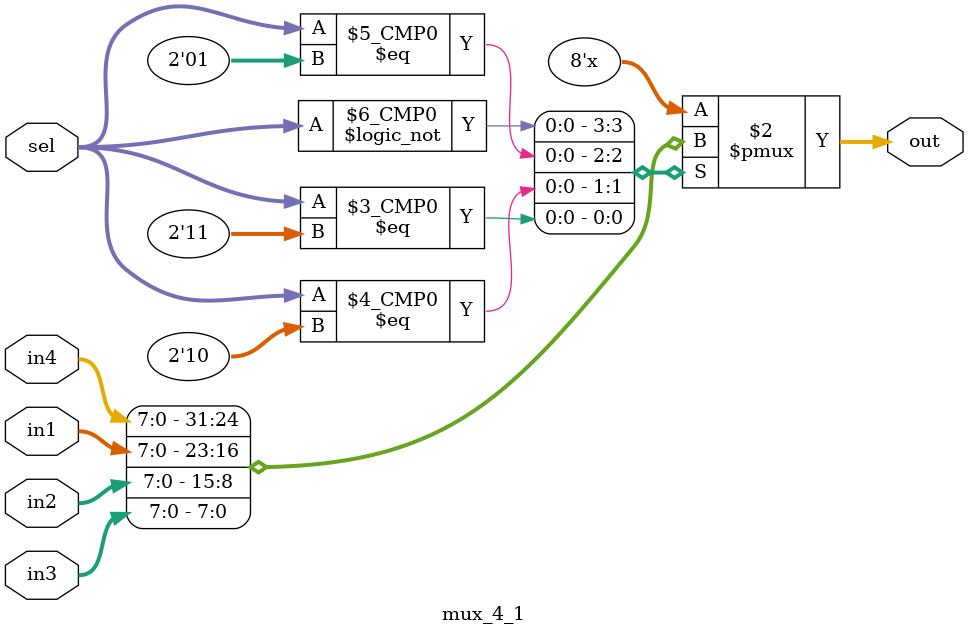
<source format=v>


module mux_4_1 #(parameter N = 8) (sel,in1,in2,in3,in4,out);
input [1:0] sel;
input [N-1:0] in1,in2,in3,in4;
output reg [N-1:0] out;

always@(sel,in1,in2,in3,in4)
 begin
  case(sel)
     2'b00   :       out = in4;
     2'b01   :       out = in1;
     2'b10   :       out = in2;
     2'b11   :       out = in3;
     default :       out = in3;
  endcase
 end

endmodule

</source>
